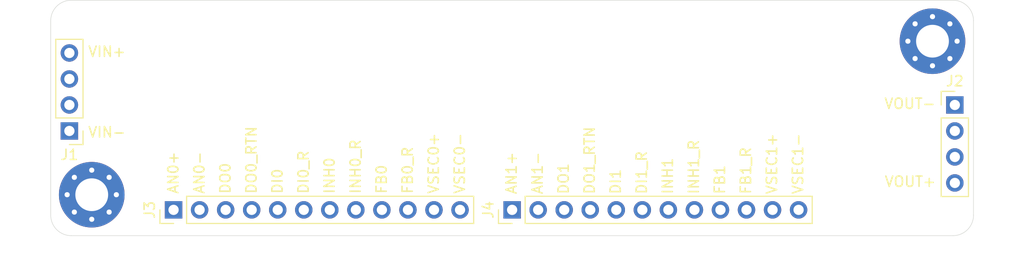
<source format=kicad_pcb>
(kicad_pcb (version 20211014) (generator pcbnew)
  (layers (0 "F.Cu" signal) (31 "B.Cu" signal) (34 "B.Paste" user) (35 "F.Paste" user) (36 "B.SilkS" user "B.Silkscreen") (37 "F.SilkS" user "F.Silkscreen") (38 "B.Mask" user) (39 "F.Mask" user) (44 "Edge.Cuts" user))
  (net 0 "")
  (net 1 "Net-(J1-Pad4)")
  (net 2 "Net-(J1-Pad3)")
  (net 3 "Net-(J1-Pad2)")
  (net 4 "Net-(J1-Pad1)")
  (net 5 "Net-(J2-Pad4)")
  (net 6 "Net-(J2-Pad3)")
  (net 7 "Net-(J2-Pad2)")
  (net 8 "Net-(J2-Pad1)")
  (net 9 "Net-(J3-Pad12)")
  (net 10 "Net-(J3-Pad11)")
  (net 11 "Net-(J3-Pad10)")
  (net 12 "Net-(J3-Pad9)")
  (net 13 "Net-(J3-Pad8)")
  (net 14 "Net-(J3-Pad7)")
  (net 15 "Net-(J3-Pad6)")
  (net 16 "Net-(J3-Pad5)")
  (net 17 "Net-(J3-Pad4)")
  (net 18 "Net-(J3-Pad3)")
  (net 19 "Net-(J3-Pad2)")
  (net 20 "Net-(J3-Pad1)")
  (net 21 "Net-(J4-Pad12)")
  (net 22 "Net-(J4-Pad11)")
  (net 23 "Net-(J4-Pad10)")
  (net 24 "Net-(J4-Pad9)")
  (net 25 "Net-(J4-Pad8)")
  (net 26 "Net-(J4-Pad7)")
  (net 27 "Net-(J4-Pad6)")
  (net 28 "Net-(J4-Pad5)")
  (net 29 "Net-(J4-Pad4)")
  (net 30 "Net-(J4-Pad3)")
  (net 31 "Net-(J4-Pad2)")
  (net 32 "Net-(J4-Pad1)")
  (footprint "MountingHole:MountingHole_3.2mm_M3_Pad_Via" (layer "F.Cu") (at 84 79)
    (fp_text reference "H1" hide)
    (fp_text value "MountingHole" hide)
    (pad "1" thru_hole circle locked (at 0 -2.4) (size 0.8 0.8) (drill 0.5) (layers *.Cu *.Mask))
    (pad "1" thru_hole circle locked (at 0 2.4) (size 0.8 0.8) (drill 0.5) (layers *.Cu *.Mask))
    (pad "1" thru_hole circle locked (at 0 0) (size 6.4 6.4) (drill 3.2) (layers *.Cu *.Mask))
    (pad "1" thru_hole circle locked (at -1.697056 -1.697056) (size 0.8 0.8) (drill 0.5) (layers *.Cu *.Mask))
    (pad "1" thru_hole circle locked (at 1.697056 -1.697056) (size 0.8 0.8) (drill 0.5) (layers *.Cu *.Mask))
    (pad "1" thru_hole circle locked (at 1.697056 1.697056) (size 0.8 0.8) (drill 0.5) (layers *.Cu *.Mask))
    (pad "1" thru_hole circle locked (at -1.697056 1.697056) (size 0.8 0.8) (drill 0.5) (layers *.Cu *.Mask))
    (pad "1" thru_hole circle locked (at 2.4 0) (size 0.8 0.8) (drill 0.5) (layers *.Cu *.Mask))
    (pad "1" thru_hole circle locked (at -2.4 0) (size 0.8 0.8) (drill 0.5) (layers *.Cu *.Mask))
  )
  (footprint "MountingHole:MountingHole_3.2mm_M3_Pad_Via" (layer "F.Cu") (at 166 64)
    (fp_text reference "H2" hide)
    (fp_text value "MountingHole" hide)
    (pad "1" thru_hole circle locked (at -1.697056 -1.697056) (size 0.8 0.8) (drill 0.5) (layers *.Cu *.Mask))
    (pad "1" thru_hole circle locked (at 0 0) (size 6.4 6.4) (drill 3.2) (layers *.Cu *.Mask))
    (pad "1" thru_hole circle locked (at -1.697056 1.697056) (size 0.8 0.8) (drill 0.5) (layers *.Cu *.Mask))
    (pad "1" thru_hole circle locked (at -2.4 0) (size 0.8 0.8) (drill 0.5) (layers *.Cu *.Mask))
    (pad "1" thru_hole circle locked (at 0 -2.4) (size 0.8 0.8) (drill 0.5) (layers *.Cu *.Mask))
    (pad "1" thru_hole circle locked (at 0 2.4) (size 0.8 0.8) (drill 0.5) (layers *.Cu *.Mask))
    (pad "1" thru_hole circle locked (at 1.697056 -1.697056) (size 0.8 0.8) (drill 0.5) (layers *.Cu *.Mask))
    (pad "1" thru_hole circle locked (at 1.697056 1.697056) (size 0.8 0.8) (drill 0.5) (layers *.Cu *.Mask))
    (pad "1" thru_hole circle locked (at 2.4 0) (size 0.8 0.8) (drill 0.5) (layers *.Cu *.Mask))
  )
  (footprint "Connector_PinHeader_2.54mm:PinHeader_1x04_P2.54mm_Vertical" (layer "F.Cu") (at 81.82 72.77 180)
    (fp_text reference "J1" (at 0 -2.33) (layer "F.SilkS"))
    (fp_text value "Conn_01x04_Male")
    (fp_line (start -1.33 1.27) (end -1.33 8.95) (layer "F.SilkS") (width 0.12))
    (fp_line (start -1.33 0) (end -1.33 -1.33) (layer "F.SilkS") (width 0.12))
    (fp_line (start 1.33 1.27) (end 1.33 8.95) (layer "F.SilkS") (width 0.12))
    (fp_line (start -1.33 1.27) (end 1.33 1.27) (layer "F.SilkS") (width 0.12))
    (fp_line (start -1.33 -1.33) (end 0 -1.33) (layer "F.SilkS") (width 0.12))
    (fp_line (start -1.33 8.95) (end 1.33 8.95) (layer "F.SilkS") (width 0.12))
    (pad "1" thru_hole rect locked (at 0 0 180) (size 1.7 1.7) (drill 1) (layers *.Cu *.Mask) (net 4 "Net-(J1-Pad1)"))
    (pad "2" thru_hole oval locked (at 0 2.54 180) (size 1.7 1.7) (drill 1) (layers *.Cu *.Mask) (net 3 "Net-(J1-Pad2)"))
    (pad "3" thru_hole oval locked (at 0 5.08 180) (size 1.7 1.7) (drill 1) (layers *.Cu *.Mask) (net 2 "Net-(J1-Pad3)"))
    (pad "4" thru_hole oval locked (at 0 7.62 180) (size 1.7 1.7) (drill 1) (layers *.Cu *.Mask) (net 1 "Net-(J1-Pad4)"))
  )
  (footprint "Connector_PinHeader_2.54mm:PinHeader_1x04_P2.54mm_Vertical" (layer "F.Cu") (at 168.18 70.23)
    (fp_text reference "J2" (at 0 -2.33) (layer "F.SilkS"))
    (fp_text value "Conn_01x04_Male")
    (fp_line (start -1.33 -1.33) (end 0 -1.33) (layer "F.SilkS") (width 0.12))
    (fp_line (start 1.33 1.27) (end 1.33 8.95) (layer "F.SilkS") (width 0.12))
    (fp_line (start -1.33 8.95) (end 1.33 8.95) (layer "F.SilkS") (width 0.12))
    (fp_line (start -1.33 1.27) (end 1.33 1.27) (layer "F.SilkS") (width 0.12))
    (fp_line (start -1.33 0) (end -1.33 -1.33) (layer "F.SilkS") (width 0.12))
    (fp_line (start -1.33 1.27) (end -1.33 8.95) (layer "F.SilkS") (width 0.12))
    (pad "1" thru_hole rect locked (at 0 0) (size 1.7 1.7) (drill 1) (layers *.Cu *.Mask) (net 8 "Net-(J2-Pad1)"))
    (pad "2" thru_hole oval locked (at 0 2.54) (size 1.7 1.7) (drill 1) (layers *.Cu *.Mask) (net 7 "Net-(J2-Pad2)"))
    (pad "3" thru_hole oval locked (at 0 5.08) (size 1.7 1.7) (drill 1) (layers *.Cu *.Mask) (net 6 "Net-(J2-Pad3)"))
    (pad "4" thru_hole oval locked (at 0 7.62) (size 1.7 1.7) (drill 1) (layers *.Cu *.Mask) (net 5 "Net-(J2-Pad4)"))
  )
  (footprint "Connector_PinHeader_2.54mm:PinHeader_1x12_P2.54mm_Vertical" (layer "F.Cu") (at 91.98 80.48 90)
    (fp_text reference "J3" (at 0 -2.33 90) (layer "F.SilkS"))
    (fp_text value "Conn_01x12_Male")
    (fp_line (start -1.33 29.27) (end 1.33 29.27) (layer "F.SilkS") (width 0.12))
    (fp_line (start 1.33 1.27) (end 1.33 29.27) (layer "F.SilkS") (width 0.12))
    (fp_line (start -1.33 1.27) (end 1.33 1.27) (layer "F.SilkS") (width 0.12))
    (fp_line (start -1.33 1.27) (end -1.33 29.27) (layer "F.SilkS") (width 0.12))
    (fp_line (start -1.33 -1.33) (end 0 -1.33) (layer "F.SilkS") (width 0.12))
    (fp_line (start -1.33 0) (end -1.33 -1.33) (layer "F.SilkS") (width 0.12))
    (pad "1" thru_hole rect locked (at 0 0 90) (size 1.7 1.7) (drill 1) (layers *.Cu *.Mask) (net 20 "Net-(J3-Pad1)"))
    (pad "2" thru_hole oval locked (at 0 2.54 90) (size 1.7 1.7) (drill 1) (layers *.Cu *.Mask) (net 19 "Net-(J3-Pad2)"))
    (pad "3" thru_hole oval locked (at 0 5.08 90) (size 1.7 1.7) (drill 1) (layers *.Cu *.Mask) (net 18 "Net-(J3-Pad3)"))
    (pad "4" thru_hole oval locked (at 0 7.62 90) (size 1.7 1.7) (drill 1) (layers *.Cu *.Mask) (net 17 "Net-(J3-Pad4)"))
    (pad "5" thru_hole oval locked (at 0 10.16 90) (size 1.7 1.7) (drill 1) (layers *.Cu *.Mask) (net 16 "Net-(J3-Pad5)"))
    (pad "6" thru_hole oval locked (at 0 12.7 90) (size 1.7 1.7) (drill 1) (layers *.Cu *.Mask) (net 15 "Net-(J3-Pad6)"))
    (pad "7" thru_hole oval locked (at 0 15.24 90) (size 1.7 1.7) (drill 1) (layers *.Cu *.Mask) (net 14 "Net-(J3-Pad7)"))
    (pad "8" thru_hole oval locked (at 0 17.78 90) (size 1.7 1.7) (drill 1) (layers *.Cu *.Mask) (net 13 "Net-(J3-Pad8)"))
    (pad "9" thru_hole oval locked (at 0 20.32 90) (size 1.7 1.7) (drill 1) (layers *.Cu *.Mask) (net 12 "Net-(J3-Pad9)"))
    (pad "10" thru_hole oval locked (at 0 22.86 90) (size 1.7 1.7) (drill 1) (layers *.Cu *.Mask) (net 11 "Net-(J3-Pad10)"))
    (pad "11" thru_hole oval locked (at 0 25.4 90) (size 1.7 1.7) (drill 1) (layers *.Cu *.Mask) (net 10 "Net-(J3-Pad11)"))
    (pad "12" thru_hole oval locked (at 0 27.94 90) (size 1.7 1.7) (drill 1) (layers *.Cu *.Mask) (net 9 "Net-(J3-Pad12)"))
  )
  (footprint "Connector_PinHeader_2.54mm:PinHeader_1x12_P2.54mm_Vertical" (layer "F.Cu") (at 125 80.48 90)
    (fp_text reference "J4" (at 0 -2.33 90) (layer "F.SilkS"))
    (fp_text value "Conn_01x12_Male")
    (fp_line (start -1.33 29.27) (end 1.33 29.27) (layer "F.SilkS") (width 0.12))
    (fp_line (start -1.33 1.27) (end 1.33 1.27) (layer "F.SilkS") (width 0.12))
    (fp_line (start -1.33 -1.33) (end 0 -1.33) (layer "F.SilkS") (width 0.12))
    (fp_line (start -1.33 0) (end -1.33 -1.33) (layer "F.SilkS") (width 0.12))
    (fp_line (start 1.33 1.27) (end 1.33 29.27) (layer "F.SilkS") (width 0.12))
    (fp_line (start -1.33 1.27) (end -1.33 29.27) (layer "F.SilkS") (width 0.12))
    (pad "1" thru_hole rect locked (at 0 0 90) (size 1.7 1.7) (drill 1) (layers *.Cu *.Mask) (net 32 "Net-(J4-Pad1)"))
    (pad "2" thru_hole oval locked (at 0 2.54 90) (size 1.7 1.7) (drill 1) (layers *.Cu *.Mask) (net 31 "Net-(J4-Pad2)"))
    (pad "3" thru_hole oval locked (at 0 5.08 90) (size 1.7 1.7) (drill 1) (layers *.Cu *.Mask) (net 30 "Net-(J4-Pad3)"))
    (pad "4" thru_hole oval locked (at 0 7.62 90) (size 1.7 1.7) (drill 1) (layers *.Cu *.Mask) (net 29 "Net-(J4-Pad4)"))
    (pad "5" thru_hole oval locked (at 0 10.16 90) (size 1.7 1.7) (drill 1) (layers *.Cu *.Mask) (net 28 "Net-(J4-Pad5)"))
    (pad "6" thru_hole oval locked (at 0 12.7 90) (size 1.7 1.7) (drill 1) (layers *.Cu *.Mask) (net 27 "Net-(J4-Pad6)"))
    (pad "7" thru_hole oval locked (at 0 15.24 90) (size 1.7 1.7) (drill 1) (layers *.Cu *.Mask) (net 26 "Net-(J4-Pad7)"))
    (pad "8" thru_hole oval locked (at 0 17.78 90) (size 1.7 1.7) (drill 1) (layers *.Cu *.Mask) (net 25 "Net-(J4-Pad8)"))
    (pad "9" thru_hole oval locked (at 0 20.32 90) (size 1.7 1.7) (drill 1) (layers *.Cu *.Mask) (net 24 "Net-(J4-Pad9)"))
    (pad "10" thru_hole oval locked (at 0 22.86 90) (size 1.7 1.7) (drill 1) (layers *.Cu *.Mask) (net 23 "Net-(J4-Pad10)"))
    (pad "11" thru_hole oval locked (at 0 25.4 90) (size 1.7 1.7) (drill 1) (layers *.Cu *.Mask) (net 22 "Net-(J4-Pad11)"))
    (pad "12" thru_hole oval locked (at 0 27.94 90) (size 1.7 1.7) (drill 1) (layers *.Cu *.Mask) (net 21 "Net-(J4-Pad12)"))
  )
  (gr_line (start 80 81) (end 80 62) (layer "Edge.Cuts") (width 0.05))
  (gr_line (start 170 62) (end 170 81) (layer "Edge.Cuts") (width 0.05))
  (gr_line (start 82 60) (end 168 60) (layer "Edge.Cuts") (width 0.05))
  (gr_arc (start 170 81) (mid 169.414214 82.414214) (end 168 83) (layer "Edge.Cuts") (width 0.05))
  (gr_arc (start 80 62) (mid 80.585786 60.585786) (end 82 60) (layer "Edge.Cuts") (width 0.05))
  (gr_line (start 168 83) (end 82 83) (layer "Edge.Cuts") (width 0.05))
  (gr_arc (start 82 83) (mid 80.585786 82.414214) (end 80 81) (layer "Edge.Cuts") (width 0.05))
  (gr_arc (start 168 60) (mid 169.414214 60.585786) (end 170 62) (layer "Edge.Cuts") (width 0.05))
  (gr_text "AN0-" (at 94.488 78.994 90) (layer "F.SilkS") (effects (font (size 1 1)) (justify left)))
  (gr_text "VSEC0-" (at 119.888 78.994 90) (layer "F.SilkS") (effects (font (size 1 1)) (justify left)))
  (gr_text "VSEC1+" (at 150.336 79.032 90) (layer "F.SilkS") (effects (font (size 1 1)) (justify left)))
  (gr_text "VSEC1-" (at 152.876 79.032 90) (layer "F.SilkS") (effects (font (size 1 1)) (justify left)))
  (gr_text "FB1_R" (at 147.796 79.032 90) (layer "F.SilkS") (effects (font (size 1 1)) (justify left)))
  (gr_text "AN1+" (at 124.936 79.032 90) (layer "F.SilkS") (effects (font (size 1 1)) (justify left)))
  (gr_text "FB1" (at 145.256 79.032 90) (layer "F.SilkS") (effects (font (size 1 1)) (justify left)))
  (gr_text "AN1-" (at 127.476 79.032 90) (layer "F.SilkS") (effects (font (size 1 1)) (justify left)))
  (gr_text "INH1" (at 140.176 79.032 90) (layer "F.SilkS") (effects (font (size 1 1)) (justify left)))
  (gr_text "INH1_R" (at 142.716 79.032 90) (layer "F.SilkS") (effects (font (size 1 1)) (justify left)))
  (gr_text "DO1_RTN\n" (at 132.556 79.032 90) (layer "F.SilkS") (effects (font (size 1 1)) (justify left)))
  (gr_text "DI1_R" (at 137.636 79.032 90) (layer "F.SilkS") (effects (font (size 1 1)) (justify left)))
  (gr_text "DI1" (at 135.096 79.032 90) (layer "F.SilkS") (effects (font (size 1 1)) (justify left)))
  (gr_text "DO1" (at 130.016 79.032 90) (layer "F.SilkS") (effects (font (size 1 1)) (justify left)))
  (gr_text "FB0_R" (at 114.808 78.994 90) (layer "F.SilkS") (effects (font (size 1 1)) (justify left)))
  (gr_text "VOUT-" (at 166.37 70.104) (layer "F.SilkS") (effects (font (size 1 1)) (justify right)))
  (gr_text "DI0" (at 102.108 78.994 90) (layer "F.SilkS") (effects (font (size 1 1)) (justify left)))
  (gr_text "VIN+" (at 83.566 65.024) (layer "F.SilkS") (effects (font (size 1 1)) (justify left)))
  (gr_text "DI0_R" (at 104.648 78.994 90) (layer "F.SilkS") (effects (font (size 1 1)) (justify left)))
  (gr_text "VIN-" (at 83.566 72.898) (layer "F.SilkS") (effects (font (size 1 1)) (justify left)))
  (gr_text "AN0+" (at 91.948 78.994 90) (layer "F.SilkS") (effects (font (size 1 1)) (justify left)))
  (gr_text "FB0" (at 112.268 78.994 90) (layer "F.SilkS") (effects (font (size 1 1)) (justify left)))
  (gr_text "DO0" (at 97.028 78.994 90) (layer "F.SilkS") (effects (font (size 1 1)) (justify left)))
  (gr_text "VSEC0+" (at 117.348 78.994 90) (layer "F.SilkS") (effects (font (size 1 1)) (justify left)))
  (gr_text "DO0_RTN\n" (at 99.568 78.994 90) (layer "F.SilkS") (effects (font (size 1 1)) (justify left)))
  (gr_text "INH0" (at 107.188 78.994 90) (layer "F.SilkS") (effects (font (size 1 1)) (justify left)))
  (gr_text "VOUT+" (at 163.83 77.724) (layer "F.SilkS") (effects (font (size 1 1))))
  (gr_text "INH0_R" (at 109.728 78.994 90) (layer "F.SilkS") (effects (font (size 1 1)) (justify left)))
)
</source>
